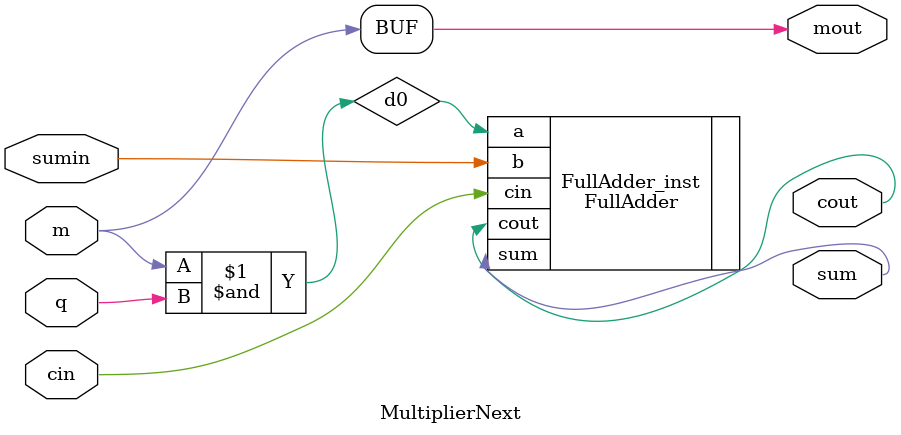
<source format=v>
/*This is the multiplier element that is used in all rows but the first for the N-bit multiplier*/

module MultiplierNext (
	input m,		 //Input 1.1
	input sumin, //Input 1.2 (uses sum from previous row)
	input q,		 //Input 2
	input cin,	 //Carry in
	output sum,	 //Multiplier row element result
	output cout, //Carry out
	output mout  //m passthrough
);
	
	//Wire used to comine module inputs to full adder
	wire d0;
	
	//Full adder used in module
	FullAdder FullAdder_inst ( 
		.cin(cin), 
		.a(d0),
		.b(sumin),
		.sum(sum),
		.cout(cout)
	); 

	assign d0 = m & q; //First input to full adder, second input is directly connected from module input port
	assign mout = m;	//m passthrough

endmodule
</source>
